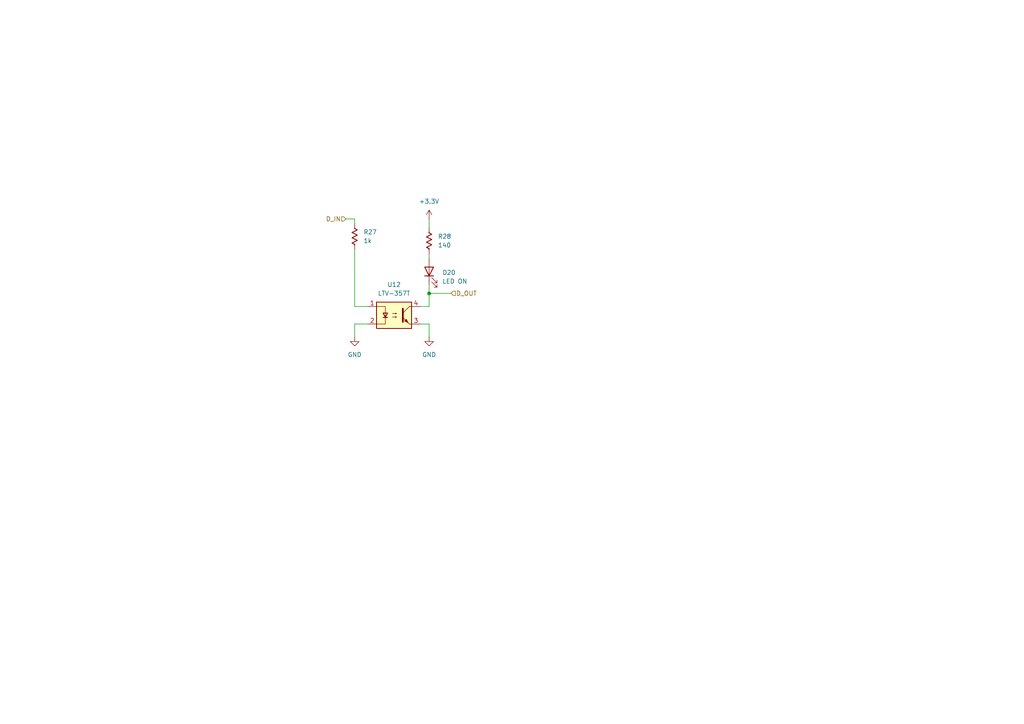
<source format=kicad_sch>
(kicad_sch (version 20250114) (generator "eeschema") (generator_version "9.0")
  (paper "A4")
  (lib_symbols
    (symbol "EasyEDA:+3.3V" (power) (pin_numbers (hide yes)) (pin_names (offset 0) (hide yes))
      (property "Value" "+3.3V" (at 0 3.556 0))
      (symbol "+3.3V_0_1"
        (polyline (pts (xy -0.762 1.27) (xy 0 2.54)))
        (polyline (pts (xy 0 2.54) (xy 0.762 1.27)))
        (polyline (pts (xy 0 0) (xy 0 2.54)))
      )
      (symbol "+3.3V_1_1"
        (pin power_in line (at 0 0 90) (length 0) (name "~") (number "1"))
      )
    )
    (symbol "EasyEDA:GND" (power) (pin_numbers (hide yes)) (pin_names (offset 0) (hide yes))
      (property "Value" "GND" (at 0 -3.81 0))
      (symbol "GND_0_1"
        (polyline (pts (xy 0 0) (xy 0 -1.27) (xy 1.27 -1.27) (xy 0 -2.54) (xy -1.27 -1.27) (xy 0 -1.27)))
      )
      (symbol "GND_1_1"
        (pin power_in line (at 0 0 270) (length 0) (name "~") (number "1"))
      )
    )
    (symbol "EasyEDA:LED" (pin_numbers (hide yes)) (pin_names (offset 1.016) (hide yes))
      (property "Reference" "D" (at 0 2.54 0))
      (property "Value" "LED" (at 0 -2.54 0))
      (symbol "LED_0_1"
        (polyline (pts (xy -3.048 -0.762) (xy -4.572 -2.286) (xy -3.81 -2.286) (xy -4.572 -2.286) (xy -4.572 -1.524)))
        (polyline (pts (xy -1.778 -0.762) (xy -3.302 -2.286) (xy -2.54 -2.286) (xy -3.302 -2.286) (xy -3.302 -1.524)))
        (polyline (pts (xy -1.27 0) (xy 1.27 0)))
        (polyline (pts (xy -1.27 -1.27) (xy -1.27 1.27)) (stroke (width 0.254)))
        (polyline (pts (xy 1.27 -1.27) (xy 1.27 1.27) (xy -1.27 0) (xy 1.27 -1.27)) (stroke (width 0.254)))
      )
      (symbol "LED_1_1"
        (pin passive line (at -3.81 0 0) (length 2.54) (name "K") (number "1"))
        (pin passive line (at 3.81 0 180) (length 2.54) (name "A") (number "2"))
      )
    )
    (symbol "EasyEDA:LTV-357T" (pin_names (offset 1.016))
      (property "Reference" "U" (at -5.334 4.826 0))
      (property "Value" "LTV-357T" (at 0 5.08 0))
      (symbol "LTV-357T_0_1"
        (rectangle (start -5.08 3.81) (end 5.08 -3.81) (stroke (width 0.254)) (fill (type background)))
        (polyline (pts (xy -5.08 2.54) (xy -2.54 2.54) (xy -2.54 -0.762)))
        (polyline (pts (xy -3.175 -0.635) (xy -1.905 -0.635)) (stroke (width 0.254)))
        (polyline (pts (xy -2.54 -0.635) (xy -2.54 -2.54) (xy -5.08 -2.54)))
        (polyline (pts (xy -2.54 -0.635) (xy -3.175 0.635) (xy -1.905 0.635) (xy -2.54 -0.635)) (stroke (width 0.254)))
        (polyline (pts (xy -0.508 0.508) (xy 0.762 0.508) (xy 0.381 0.381) (xy 0.381 0.635) (xy 0.762 0.508)))
        (polyline (pts (xy -0.508 -0.508) (xy 0.762 -0.508) (xy 0.381 -0.635) (xy 0.381 -0.381) (xy 0.762 -0.508)))
        (polyline (pts (xy 2.54 1.905) (xy 2.54 -1.905)) (stroke (width 0.508)))
        (polyline (pts (xy 2.54 0.635) (xy 4.445 2.54)))
        (polyline (pts (xy 3.048 -1.651) (xy 3.556 -1.143) (xy 4.064 -2.159) (xy 3.048 -1.651)) (fill (type outline)))
        (polyline (pts (xy 4.445 2.54) (xy 5.08 2.54)))
        (polyline (pts (xy 4.445 -2.54) (xy 2.54 -0.635)) (fill (type outline)))
        (polyline (pts (xy 4.445 -2.54) (xy 5.08 -2.54)))
      )
      (symbol "LTV-357T_1_1"
        (pin passive line (at -7.62 2.54 0) (length 2.54) (name "~") (number "1"))
        (pin passive line (at -7.62 -2.54 0) (length 2.54) (name "~") (number "2"))
        (pin passive line (at 7.62 2.54 180) (length 2.54) (name "~") (number "4"))
        (pin passive line (at 7.62 -2.54 180) (length 2.54) (name "~") (number "3"))
      )
    )
    (symbol "EasyEDA:R_0603" (pin_numbers (hide yes)) (pin_names (offset 0))
      (property "Reference" "R" (at 2.54 1.27 0))
      (property "Value" "R_0603" (at 2.54 -1.27 0))
      (symbol "R_0603_0_1"
        (polyline (pts (xy 0 2.286) (xy 0 2.54)) (stroke (width 0.254)))
        (polyline (pts (xy 0 2.286) (xy 0.762 1.905) (xy -0.762 1.143) (xy 0 0.762) (xy 0.762 0.381) (xy 0 0) (xy -0.762 -0.381) (xy 0 -0.762) (xy 0.762 -1.143) (xy 0 -1.524) (xy -0.762 -1.905) (xy 0 -2.286)) (stroke (width 0.254)))
        (polyline (pts (xy 0 -2.286) (xy 0 -2.54)) (stroke (width 0.254)))
      )
      (symbol "R_0603_0_2"
        (polyline (pts (xy -2.54 -2.54) (xy -1.778 -1.778)))
        (polyline (pts (xy -1.778 -1.778) (xy -1.524 -1.524)) (stroke (width 0.254)))
        (polyline (pts (xy -1.524 -1.524) (xy -1.778 -0.762) (xy -1.016 -1.016)) (stroke (width 0.254)))
        (polyline (pts (xy -0.508 -0.508) (xy -0.762 0.254) (xy 0 0)) (stroke (width 0.254)))
        (polyline (pts (xy -0.508 -0.508) (xy -0.254 -1.27) (xy -1.016 -1.016)) (stroke (width 0.254)))
        (polyline (pts (xy 0.508 0.508) (xy 0.254 1.27) (xy 1.016 1.016)) (stroke (width 0.254)))
        (polyline (pts (xy 0.508 0.508) (xy 0.762 -0.254) (xy 0 0)) (stroke (width 0.254)))
        (polyline (pts (xy 1.524 1.524) (xy 1.778 0.762) (xy 1.016 1.016)) (stroke (width 0.254)))
        (polyline (pts (xy 1.778 1.778) (xy 1.524 1.524)) (stroke (width 0.254)))
        (polyline (pts (xy 1.778 1.778) (xy 2.54 2.54)))
      )
      (symbol "R_0603_1_1"
        (pin passive line (at 0 3.81 270) (length 1.27) (name "~") (number "1"))
        (pin passive line (at 0 -3.81 90) (length 1.27) (name "~") (number "2"))
      )
      (symbol "R_0603_1_2"
        (pin passive line (at -2.54 -2.54 0) (length 0) (name "") (number "2"))
        (pin passive line (at 2.54 2.54 180) (length 0) (name "") (number "1"))
      )
    )
  )
  (junction (at 124.46 85.09))
  (wire (pts (xy 100.33 63.5) (xy 102.87 63.5)))
  (wire (pts (xy 102.87 93.98) (xy 106.68 93.98)))
  (wire (pts (xy 124.46 73.66) (xy 124.46 74.93)))
  (wire (pts (xy 124.46 63.5) (xy 124.46 66.04)))
  (wire (pts (xy 102.87 63.5) (xy 102.87 64.77)))
  (wire (pts (xy 124.46 93.98) (xy 121.92 93.98)))
  (wire (pts (xy 124.46 85.09) (xy 130.81 85.09)))
  (wire (pts (xy 124.46 88.9) (xy 124.46 85.09)))
  (wire (pts (xy 124.46 82.55) (xy 124.46 85.09)))
  (wire (pts (xy 124.46 93.98) (xy 124.46 97.79)))
  (wire (pts (xy 102.87 72.39) (xy 102.87 88.9)))
  (wire (pts (xy 102.87 88.9) (xy 106.68 88.9)))
  (wire (pts (xy 102.87 93.98) (xy 102.87 97.79)))
  (wire (pts (xy 121.92 88.9) (xy 124.46 88.9)))
  (hierarchical_label "D_OUT" (shape input) (at 130.81 85.09 0))
  (hierarchical_label "D_IN" (shape input) (at 100.33 63.5 180))
  (symbol (lib_id "EasyEDA:R_0603") (at 124.46 69.85 0) (unit 1)
    (property "Reference" "R28" (at 127 68.5799 0) (effects (justify left)))
    (property "Value" "140" (at 127 71.1199 0) (effects (justify left)))
    (property "Footprint" "PCM_Resistor_SMD_AKL:R_0603_1608Metric" (effects (hide yes)))
    (property "Description" "SMD 0603 Chip Resistor, US Symbol, Alternate KiCad Library" (effects (hide yes)))
  )
  (symbol (lib_id "EasyEDA:GND") (at 102.87 97.79 0) (unit 1)
    (property "Reference" "#PWR048" (effects (hide yes)))
    (property "Value" "GND" (at 102.87 102.87 0))
    (property "Description" "Power symbol creates a global label with name \"GND\" , ground" (effects (hide yes)))
  )
  (symbol (lib_id "EasyEDA:LED") (at 124.46 78.74 90) (unit 1)
    (property "Reference" "D20" (at 128.27 79.0574 90) (effects (justify right)))
    (property "Value" "LED ON" (at 128.27 81.5974 90) (effects (justify right)))
    (property "Footprint" "LED_SMD:LED_0603_1608Metric" (effects (hide yes)))
    (property "Description" "Light emitting diode" (effects (hide yes)))
    (property "Sim.Pins" "1=K 2=A" (effects (hide yes)))
  )
  (symbol (lib_id "EasyEDA:GND") (at 124.46 97.79 0) (unit 1)
    (property "Reference" "#PWR050" (effects (hide yes)))
    (property "Value" "GND" (at 124.46 102.87 0))
    (property "Description" "Power symbol creates a global label with name \"GND\" , ground" (effects (hide yes)))
  )
  (symbol (lib_id "EasyEDA:LTV-357T") (at 114.3 91.44 0) (unit 1)
    (property "Reference" "U12" (at 114.3 82.55 0))
    (property "Value" "LTV-357T" (at 114.3 85.09 0))
    (property "Footprint" "Package_SO:SO-4_4.4x3.6mm_P2.54mm" (effects (hide yes)))
    (property "Datasheet" "https://www.buerklin.com/medias/sys_master/download/download/h91/ha0/8892020588574.pdf" (effects (hide yes)))
    (property "Description" "DC Optocoupler, Vce 35V, CTR 50%, SO-4" (effects (hide yes)))
  )
  (symbol (lib_id "EasyEDA:R_0603") (at 102.87 68.58 0) (unit 1)
    (property "Reference" "R27" (at 105.41 67.3099 0) (effects (justify left)))
    (property "Value" "1k" (at 105.41 69.8499 0) (effects (justify left)))
    (property "Footprint" "PCM_Resistor_SMD_AKL:R_0603_1608Metric" (effects (hide yes)))
    (property "Description" "SMD 0603 Chip Resistor, US Symbol, Alternate KiCad Library" (effects (hide yes)))
  )
  (symbol (lib_id "EasyEDA:+3.3V") (at 124.46 63.5 0) (unit 1)
    (property "Reference" "#PWR049" (effects (hide yes)))
    (property "Value" "+3.3V" (at 124.46 58.42 0))
    (property "Description" "Power symbol creates a global label with name \"+3.3V\"" (effects (hide yes)))
  )
)
</source>
